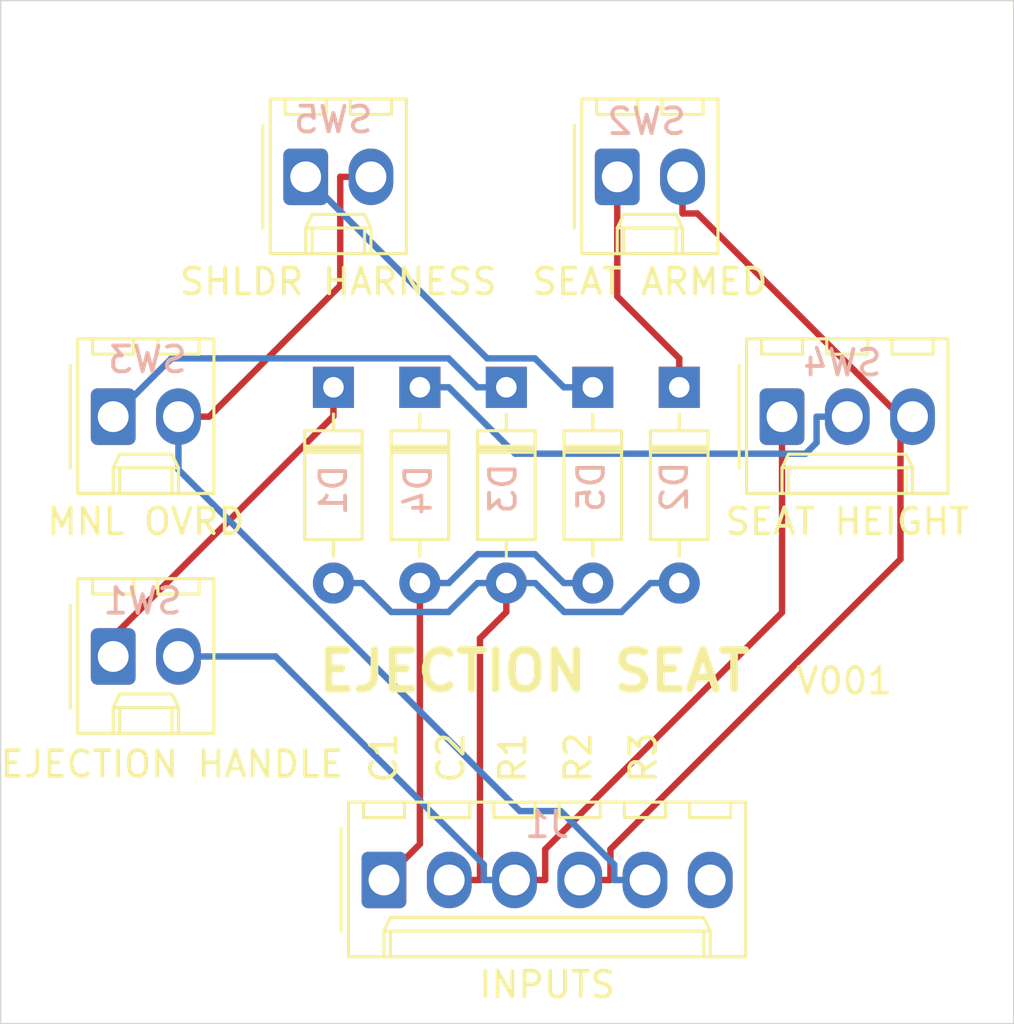
<source format=kicad_pcb>
(kicad_pcb (version 20171130) (host pcbnew "(5.1.5-0-10_14)")

  (general
    (thickness 1.6)
    (drawings 11)
    (tracks 67)
    (zones 0)
    (modules 15)
    (nets 11)
  )

  (page A4)
  (layers
    (0 F.Cu signal hide)
    (31 B.Cu signal hide)
    (32 B.Adhes user)
    (33 F.Adhes user)
    (34 B.Paste user)
    (35 F.Paste user)
    (36 B.SilkS user)
    (37 F.SilkS user)
    (38 B.Mask user)
    (39 F.Mask user)
    (40 Dwgs.User user)
    (41 Cmts.User user)
    (42 Eco1.User user)
    (43 Eco2.User user)
    (44 Edge.Cuts user)
    (45 Margin user)
    (46 B.CrtYd user)
    (47 F.CrtYd user)
    (48 B.Fab user)
    (49 F.Fab user)
  )

  (setup
    (last_trace_width 0.25)
    (trace_clearance 0.2)
    (zone_clearance 0.508)
    (zone_45_only no)
    (trace_min 0.2)
    (via_size 0.8)
    (via_drill 0.4)
    (via_min_size 0.4)
    (via_min_drill 0.3)
    (uvia_size 0.3)
    (uvia_drill 0.1)
    (uvias_allowed no)
    (uvia_min_size 0.2)
    (uvia_min_drill 0.1)
    (edge_width 0.05)
    (segment_width 0.2)
    (pcb_text_width 0.3)
    (pcb_text_size 1.5 1.5)
    (mod_edge_width 0.12)
    (mod_text_size 1 1)
    (mod_text_width 0.15)
    (pad_size 1.524 1.524)
    (pad_drill 0.762)
    (pad_to_mask_clearance 0.051)
    (solder_mask_min_width 0.25)
    (aux_axis_origin 0 0)
    (visible_elements FFFFFF7F)
    (pcbplotparams
      (layerselection 0x010fc_ffffffff)
      (usegerberextensions false)
      (usegerberattributes false)
      (usegerberadvancedattributes false)
      (creategerberjobfile false)
      (excludeedgelayer true)
      (linewidth 0.100000)
      (plotframeref false)
      (viasonmask false)
      (mode 1)
      (useauxorigin false)
      (hpglpennumber 1)
      (hpglpenspeed 20)
      (hpglpendiameter 15.000000)
      (psnegative false)
      (psa4output false)
      (plotreference true)
      (plotvalue true)
      (plotinvisibletext false)
      (padsonsilk false)
      (subtractmaskfromsilk false)
      (outputformat 1)
      (mirror false)
      (drillshape 0)
      (scaleselection 1)
      (outputdirectory "MANUFACTURING/"))
  )

  (net 0 "")
  (net 1 "Net-(D1-Pad2)")
  (net 2 "Net-(D1-Pad1)")
  (net 3 "Net-(D2-Pad1)")
  (net 4 "Net-(D3-Pad1)")
  (net 5 /Col1)
  (net 6 "Net-(D4-Pad1)")
  (net 7 "Net-(D5-Pad1)")
  (net 8 /Row3)
  (net 9 /Row2)
  (net 10 /Row1)

  (net_class Default "This is the default net class."
    (clearance 0.2)
    (trace_width 0.25)
    (via_dia 0.8)
    (via_drill 0.4)
    (uvia_dia 0.3)
    (uvia_drill 0.1)
    (add_net /Col1)
    (add_net /Row1)
    (add_net /Row2)
    (add_net /Row3)
    (add_net "Net-(D1-Pad1)")
    (add_net "Net-(D1-Pad2)")
    (add_net "Net-(D2-Pad1)")
    (add_net "Net-(D3-Pad1)")
    (add_net "Net-(D4-Pad1)")
    (add_net "Net-(D5-Pad1)")
  )

  (module PT_Library_v001:Molex_1x06_P2.54mm_Vertical (layer F.Cu) (tedit 5B78013E) (tstamp 6174CC7C)
    (at 65.659 116.84)
    (descr "Molex KK-254 Interconnect System, old/engineering part number: AE-6410-06A example for new part number: 22-27-2061, 6 Pins (http://www.molex.com/pdm_docs/sd/022272021_sd.pdf), generated with kicad-footprint-generator")
    (tags "connector Molex KK-254 side entry")
    (path /5FC37DA5)
    (fp_text reference J1 (at 6.35 -2.159) (layer B.SilkS)
      (effects (font (size 1 1) (thickness 0.15)) (justify mirror))
    )
    (fp_text value INPUTS (at 6.35 4.08) (layer F.SilkS)
      (effects (font (size 1 1) (thickness 0.15)))
    )
    (fp_text user %R (at 6.35 -2.22) (layer F.Fab)
      (effects (font (size 1 1) (thickness 0.15)))
    )
    (fp_line (start 14.47 -3.42) (end -1.77 -3.42) (layer F.CrtYd) (width 0.05))
    (fp_line (start 14.47 3.38) (end 14.47 -3.42) (layer F.CrtYd) (width 0.05))
    (fp_line (start -1.77 3.38) (end 14.47 3.38) (layer F.CrtYd) (width 0.05))
    (fp_line (start -1.77 -3.42) (end -1.77 3.38) (layer F.CrtYd) (width 0.05))
    (fp_line (start 13.5 -2.43) (end 13.5 -3.03) (layer F.SilkS) (width 0.12))
    (fp_line (start 11.9 -2.43) (end 13.5 -2.43) (layer F.SilkS) (width 0.12))
    (fp_line (start 11.9 -3.03) (end 11.9 -2.43) (layer F.SilkS) (width 0.12))
    (fp_line (start 10.96 -2.43) (end 10.96 -3.03) (layer F.SilkS) (width 0.12))
    (fp_line (start 9.36 -2.43) (end 10.96 -2.43) (layer F.SilkS) (width 0.12))
    (fp_line (start 9.36 -3.03) (end 9.36 -2.43) (layer F.SilkS) (width 0.12))
    (fp_line (start 8.42 -2.43) (end 8.42 -3.03) (layer F.SilkS) (width 0.12))
    (fp_line (start 6.82 -2.43) (end 8.42 -2.43) (layer F.SilkS) (width 0.12))
    (fp_line (start 6.82 -3.03) (end 6.82 -2.43) (layer F.SilkS) (width 0.12))
    (fp_line (start 5.88 -2.43) (end 5.88 -3.03) (layer F.SilkS) (width 0.12))
    (fp_line (start 4.28 -2.43) (end 5.88 -2.43) (layer F.SilkS) (width 0.12))
    (fp_line (start 4.28 -3.03) (end 4.28 -2.43) (layer F.SilkS) (width 0.12))
    (fp_line (start 3.34 -2.43) (end 3.34 -3.03) (layer F.SilkS) (width 0.12))
    (fp_line (start 1.74 -2.43) (end 3.34 -2.43) (layer F.SilkS) (width 0.12))
    (fp_line (start 1.74 -3.03) (end 1.74 -2.43) (layer F.SilkS) (width 0.12))
    (fp_line (start 0.8 -2.43) (end 0.8 -3.03) (layer F.SilkS) (width 0.12))
    (fp_line (start -0.8 -2.43) (end 0.8 -2.43) (layer F.SilkS) (width 0.12))
    (fp_line (start -0.8 -3.03) (end -0.8 -2.43) (layer F.SilkS) (width 0.12))
    (fp_line (start 12.45 2.99) (end 12.45 1.99) (layer F.SilkS) (width 0.12))
    (fp_line (start 0.25 2.99) (end 0.25 1.99) (layer F.SilkS) (width 0.12))
    (fp_line (start 12.45 1.46) (end 12.7 1.99) (layer F.SilkS) (width 0.12))
    (fp_line (start 0.25 1.46) (end 12.45 1.46) (layer F.SilkS) (width 0.12))
    (fp_line (start 0 1.99) (end 0.25 1.46) (layer F.SilkS) (width 0.12))
    (fp_line (start 12.7 1.99) (end 12.7 2.99) (layer F.SilkS) (width 0.12))
    (fp_line (start 0 1.99) (end 12.7 1.99) (layer F.SilkS) (width 0.12))
    (fp_line (start 0 2.99) (end 0 1.99) (layer F.SilkS) (width 0.12))
    (fp_line (start -0.562893 0) (end -1.27 0.5) (layer F.Fab) (width 0.1))
    (fp_line (start -1.27 -0.5) (end -0.562893 0) (layer F.Fab) (width 0.1))
    (fp_line (start -1.67 -2) (end -1.67 2) (layer F.SilkS) (width 0.12))
    (fp_line (start 14.08 -3.03) (end -1.38 -3.03) (layer F.SilkS) (width 0.12))
    (fp_line (start 14.08 2.99) (end 14.08 -3.03) (layer F.SilkS) (width 0.12))
    (fp_line (start -1.38 2.99) (end 14.08 2.99) (layer F.SilkS) (width 0.12))
    (fp_line (start -1.38 -3.03) (end -1.38 2.99) (layer F.SilkS) (width 0.12))
    (fp_line (start 13.97 -2.92) (end -1.27 -2.92) (layer F.Fab) (width 0.1))
    (fp_line (start 13.97 2.88) (end 13.97 -2.92) (layer F.Fab) (width 0.1))
    (fp_line (start -1.27 2.88) (end 13.97 2.88) (layer F.Fab) (width 0.1))
    (fp_line (start -1.27 -2.92) (end -1.27 2.88) (layer F.Fab) (width 0.1))
    (pad 6 thru_hole oval (at 12.7 0) (size 1.74 2.2) (drill 1.2) (layers *.Cu *.Mask))
    (pad 5 thru_hole oval (at 10.16 0) (size 1.74 2.2) (drill 1.2) (layers *.Cu *.Mask)
      (net 8 /Row3))
    (pad 4 thru_hole oval (at 7.62 0) (size 1.74 2.2) (drill 1.2) (layers *.Cu *.Mask)
      (net 9 /Row2))
    (pad 3 thru_hole oval (at 5.08 0) (size 1.74 2.2) (drill 1.2) (layers *.Cu *.Mask)
      (net 10 /Row1))
    (pad 2 thru_hole oval (at 2.54 0) (size 1.74 2.2) (drill 1.2) (layers *.Cu *.Mask)
      (net 1 "Net-(D1-Pad2)"))
    (pad 1 thru_hole roundrect (at 0 0) (size 1.74 2.2) (drill 1.2) (layers *.Cu *.Mask) (roundrect_rratio 0.143678)
      (net 5 /Col1))
    (model ${KISYS3DMOD}/Connector_Molex.3dshapes/Molex_KK-254_AE-6410-06A_1x06_P2.54mm_Vertical.wrl
      (at (xyz 0 0 0))
      (scale (xyz 1 1 1))
      (rotate (xyz 0 0 0))
    )
  )

  (module PT_Library_v001:Molex_1x02_P2.54mm_Vertical (layer F.Cu) (tedit 5B78013E) (tstamp 6174CD5C)
    (at 62.611 89.4715)
    (descr "Molex KK-254 Interconnect System, old/engineering part number: AE-6410-02A example for new part number: 22-27-2021, 2 Pins (http://www.molex.com/pdm_docs/sd/022272021_sd.pdf), generated with kicad-footprint-generator")
    (tags "connector Molex KK-254 side entry")
    (path /5FDFE364)
    (fp_text reference SW5 (at 1.0795 -2.2225) (layer B.SilkS)
      (effects (font (size 1 1) (thickness 0.15)) (justify mirror))
    )
    (fp_text value "SHLDR HARNESS" (at 1.27 4.08) (layer F.SilkS)
      (effects (font (size 1 1) (thickness 0.15)))
    )
    (fp_text user %R (at 1.27 -2.22) (layer F.Fab)
      (effects (font (size 1 1) (thickness 0.15)))
    )
    (fp_line (start 4.31 -3.42) (end -1.77 -3.42) (layer F.CrtYd) (width 0.05))
    (fp_line (start 4.31 3.38) (end 4.31 -3.42) (layer F.CrtYd) (width 0.05))
    (fp_line (start -1.77 3.38) (end 4.31 3.38) (layer F.CrtYd) (width 0.05))
    (fp_line (start -1.77 -3.42) (end -1.77 3.38) (layer F.CrtYd) (width 0.05))
    (fp_line (start 3.34 -2.43) (end 3.34 -3.03) (layer F.SilkS) (width 0.12))
    (fp_line (start 1.74 -2.43) (end 3.34 -2.43) (layer F.SilkS) (width 0.12))
    (fp_line (start 1.74 -3.03) (end 1.74 -2.43) (layer F.SilkS) (width 0.12))
    (fp_line (start 0.8 -2.43) (end 0.8 -3.03) (layer F.SilkS) (width 0.12))
    (fp_line (start -0.8 -2.43) (end 0.8 -2.43) (layer F.SilkS) (width 0.12))
    (fp_line (start -0.8 -3.03) (end -0.8 -2.43) (layer F.SilkS) (width 0.12))
    (fp_line (start 2.29 2.99) (end 2.29 1.99) (layer F.SilkS) (width 0.12))
    (fp_line (start 0.25 2.99) (end 0.25 1.99) (layer F.SilkS) (width 0.12))
    (fp_line (start 2.29 1.46) (end 2.54 1.99) (layer F.SilkS) (width 0.12))
    (fp_line (start 0.25 1.46) (end 2.29 1.46) (layer F.SilkS) (width 0.12))
    (fp_line (start 0 1.99) (end 0.25 1.46) (layer F.SilkS) (width 0.12))
    (fp_line (start 2.54 1.99) (end 2.54 2.99) (layer F.SilkS) (width 0.12))
    (fp_line (start 0 1.99) (end 2.54 1.99) (layer F.SilkS) (width 0.12))
    (fp_line (start 0 2.99) (end 0 1.99) (layer F.SilkS) (width 0.12))
    (fp_line (start -0.562893 0) (end -1.27 0.5) (layer F.Fab) (width 0.1))
    (fp_line (start -1.27 -0.5) (end -0.562893 0) (layer F.Fab) (width 0.1))
    (fp_line (start -1.67 -2) (end -1.67 2) (layer F.SilkS) (width 0.12))
    (fp_line (start 3.92 -3.03) (end -1.38 -3.03) (layer F.SilkS) (width 0.12))
    (fp_line (start 3.92 2.99) (end 3.92 -3.03) (layer F.SilkS) (width 0.12))
    (fp_line (start -1.38 2.99) (end 3.92 2.99) (layer F.SilkS) (width 0.12))
    (fp_line (start -1.38 -3.03) (end -1.38 2.99) (layer F.SilkS) (width 0.12))
    (fp_line (start 3.81 -2.92) (end -1.27 -2.92) (layer F.Fab) (width 0.1))
    (fp_line (start 3.81 2.88) (end 3.81 -2.92) (layer F.Fab) (width 0.1))
    (fp_line (start -1.27 2.88) (end 3.81 2.88) (layer F.Fab) (width 0.1))
    (fp_line (start -1.27 -2.92) (end -1.27 2.88) (layer F.Fab) (width 0.1))
    (pad 2 thru_hole oval (at 2.54 0) (size 1.74 2.2) (drill 1.2) (layers *.Cu *.Mask)
      (net 8 /Row3))
    (pad 1 thru_hole roundrect (at 0 0) (size 1.74 2.2) (drill 1.2) (layers *.Cu *.Mask) (roundrect_rratio 0.143678)
      (net 7 "Net-(D5-Pad1)"))
    (model ${KISYS3DMOD}/Connector_Molex.3dshapes/Molex_KK-254_AE-6410-02A_1x02_P2.54mm_Vertical.wrl
      (at (xyz 0 0 0))
      (scale (xyz 1 1 1))
      (rotate (xyz 0 0 0))
    )
  )

  (module PT_Library_v001:Molex_1x03_P2.54mm_Vertical (layer F.Cu) (tedit 5B78013E) (tstamp 6174CD38)
    (at 81.153 98.806)
    (descr "Molex KK-254 Interconnect System, old/engineering part number: AE-6410-03A example for new part number: 22-27-2031, 3 Pins (http://www.molex.com/pdm_docs/sd/022272021_sd.pdf), generated with kicad-footprint-generator")
    (tags "connector Molex KK-254 side entry")
    (path /5FDFE7F5)
    (fp_text reference SW4 (at 2.3495 -2.0955) (layer B.SilkS)
      (effects (font (size 1 1) (thickness 0.15)) (justify mirror))
    )
    (fp_text value "SEAT HEIGHT" (at 2.54 4.08) (layer F.SilkS)
      (effects (font (size 1 1) (thickness 0.15)))
    )
    (fp_text user %R (at 2.54 -2.22) (layer F.Fab)
      (effects (font (size 1 1) (thickness 0.15)))
    )
    (fp_line (start 6.85 -3.42) (end -1.77 -3.42) (layer F.CrtYd) (width 0.05))
    (fp_line (start 6.85 3.38) (end 6.85 -3.42) (layer F.CrtYd) (width 0.05))
    (fp_line (start -1.77 3.38) (end 6.85 3.38) (layer F.CrtYd) (width 0.05))
    (fp_line (start -1.77 -3.42) (end -1.77 3.38) (layer F.CrtYd) (width 0.05))
    (fp_line (start 5.88 -2.43) (end 5.88 -3.03) (layer F.SilkS) (width 0.12))
    (fp_line (start 4.28 -2.43) (end 5.88 -2.43) (layer F.SilkS) (width 0.12))
    (fp_line (start 4.28 -3.03) (end 4.28 -2.43) (layer F.SilkS) (width 0.12))
    (fp_line (start 3.34 -2.43) (end 3.34 -3.03) (layer F.SilkS) (width 0.12))
    (fp_line (start 1.74 -2.43) (end 3.34 -2.43) (layer F.SilkS) (width 0.12))
    (fp_line (start 1.74 -3.03) (end 1.74 -2.43) (layer F.SilkS) (width 0.12))
    (fp_line (start 0.8 -2.43) (end 0.8 -3.03) (layer F.SilkS) (width 0.12))
    (fp_line (start -0.8 -2.43) (end 0.8 -2.43) (layer F.SilkS) (width 0.12))
    (fp_line (start -0.8 -3.03) (end -0.8 -2.43) (layer F.SilkS) (width 0.12))
    (fp_line (start 4.83 2.99) (end 4.83 1.99) (layer F.SilkS) (width 0.12))
    (fp_line (start 0.25 2.99) (end 0.25 1.99) (layer F.SilkS) (width 0.12))
    (fp_line (start 4.83 1.46) (end 5.08 1.99) (layer F.SilkS) (width 0.12))
    (fp_line (start 0.25 1.46) (end 4.83 1.46) (layer F.SilkS) (width 0.12))
    (fp_line (start 0 1.99) (end 0.25 1.46) (layer F.SilkS) (width 0.12))
    (fp_line (start 5.08 1.99) (end 5.08 2.99) (layer F.SilkS) (width 0.12))
    (fp_line (start 0 1.99) (end 5.08 1.99) (layer F.SilkS) (width 0.12))
    (fp_line (start 0 2.99) (end 0 1.99) (layer F.SilkS) (width 0.12))
    (fp_line (start -0.562893 0) (end -1.27 0.5) (layer F.Fab) (width 0.1))
    (fp_line (start -1.27 -0.5) (end -0.562893 0) (layer F.Fab) (width 0.1))
    (fp_line (start -1.67 -2) (end -1.67 2) (layer F.SilkS) (width 0.12))
    (fp_line (start 6.46 -3.03) (end -1.38 -3.03) (layer F.SilkS) (width 0.12))
    (fp_line (start 6.46 2.99) (end 6.46 -3.03) (layer F.SilkS) (width 0.12))
    (fp_line (start -1.38 2.99) (end 6.46 2.99) (layer F.SilkS) (width 0.12))
    (fp_line (start -1.38 -3.03) (end -1.38 2.99) (layer F.SilkS) (width 0.12))
    (fp_line (start 6.35 -2.92) (end -1.27 -2.92) (layer F.Fab) (width 0.1))
    (fp_line (start 6.35 2.88) (end 6.35 -2.92) (layer F.Fab) (width 0.1))
    (fp_line (start -1.27 2.88) (end 6.35 2.88) (layer F.Fab) (width 0.1))
    (fp_line (start -1.27 -2.92) (end -1.27 2.88) (layer F.Fab) (width 0.1))
    (pad 3 thru_hole oval (at 5.08 0) (size 1.74 2.2) (drill 1.2) (layers *.Cu *.Mask)
      (net 9 /Row2))
    (pad 2 thru_hole oval (at 2.54 0) (size 1.74 2.2) (drill 1.2) (layers *.Cu *.Mask)
      (net 6 "Net-(D4-Pad1)"))
    (pad 1 thru_hole roundrect (at 0 0) (size 1.74 2.2) (drill 1.2) (layers *.Cu *.Mask) (roundrect_rratio 0.143678)
      (net 10 /Row1))
    (model ${KISYS3DMOD}/Connector_Molex.3dshapes/Molex_KK-254_AE-6410-03A_1x03_P2.54mm_Vertical.wrl
      (at (xyz 0 0 0))
      (scale (xyz 1 1 1))
      (rotate (xyz 0 0 0))
    )
  )

  (module PT_Library_v001:Molex_1x02_P2.54mm_Vertical (layer F.Cu) (tedit 5B78013E) (tstamp 6174CD10)
    (at 55.118 98.806)
    (descr "Molex KK-254 Interconnect System, old/engineering part number: AE-6410-02A example for new part number: 22-27-2021, 2 Pins (http://www.molex.com/pdm_docs/sd/022272021_sd.pdf), generated with kicad-footprint-generator")
    (tags "connector Molex KK-254 side entry")
    (path /5FDFDA32)
    (fp_text reference SW3 (at 1.3335 -2.2225) (layer B.SilkS)
      (effects (font (size 1 1) (thickness 0.15)) (justify mirror))
    )
    (fp_text value "MNL OVRD" (at 1.27 4.08) (layer F.SilkS)
      (effects (font (size 1 1) (thickness 0.15)))
    )
    (fp_text user %R (at 1.27 -2.22) (layer F.Fab)
      (effects (font (size 1 1) (thickness 0.15)))
    )
    (fp_line (start 4.31 -3.42) (end -1.77 -3.42) (layer F.CrtYd) (width 0.05))
    (fp_line (start 4.31 3.38) (end 4.31 -3.42) (layer F.CrtYd) (width 0.05))
    (fp_line (start -1.77 3.38) (end 4.31 3.38) (layer F.CrtYd) (width 0.05))
    (fp_line (start -1.77 -3.42) (end -1.77 3.38) (layer F.CrtYd) (width 0.05))
    (fp_line (start 3.34 -2.43) (end 3.34 -3.03) (layer F.SilkS) (width 0.12))
    (fp_line (start 1.74 -2.43) (end 3.34 -2.43) (layer F.SilkS) (width 0.12))
    (fp_line (start 1.74 -3.03) (end 1.74 -2.43) (layer F.SilkS) (width 0.12))
    (fp_line (start 0.8 -2.43) (end 0.8 -3.03) (layer F.SilkS) (width 0.12))
    (fp_line (start -0.8 -2.43) (end 0.8 -2.43) (layer F.SilkS) (width 0.12))
    (fp_line (start -0.8 -3.03) (end -0.8 -2.43) (layer F.SilkS) (width 0.12))
    (fp_line (start 2.29 2.99) (end 2.29 1.99) (layer F.SilkS) (width 0.12))
    (fp_line (start 0.25 2.99) (end 0.25 1.99) (layer F.SilkS) (width 0.12))
    (fp_line (start 2.29 1.46) (end 2.54 1.99) (layer F.SilkS) (width 0.12))
    (fp_line (start 0.25 1.46) (end 2.29 1.46) (layer F.SilkS) (width 0.12))
    (fp_line (start 0 1.99) (end 0.25 1.46) (layer F.SilkS) (width 0.12))
    (fp_line (start 2.54 1.99) (end 2.54 2.99) (layer F.SilkS) (width 0.12))
    (fp_line (start 0 1.99) (end 2.54 1.99) (layer F.SilkS) (width 0.12))
    (fp_line (start 0 2.99) (end 0 1.99) (layer F.SilkS) (width 0.12))
    (fp_line (start -0.562893 0) (end -1.27 0.5) (layer F.Fab) (width 0.1))
    (fp_line (start -1.27 -0.5) (end -0.562893 0) (layer F.Fab) (width 0.1))
    (fp_line (start -1.67 -2) (end -1.67 2) (layer F.SilkS) (width 0.12))
    (fp_line (start 3.92 -3.03) (end -1.38 -3.03) (layer F.SilkS) (width 0.12))
    (fp_line (start 3.92 2.99) (end 3.92 -3.03) (layer F.SilkS) (width 0.12))
    (fp_line (start -1.38 2.99) (end 3.92 2.99) (layer F.SilkS) (width 0.12))
    (fp_line (start -1.38 -3.03) (end -1.38 2.99) (layer F.SilkS) (width 0.12))
    (fp_line (start 3.81 -2.92) (end -1.27 -2.92) (layer F.Fab) (width 0.1))
    (fp_line (start 3.81 2.88) (end 3.81 -2.92) (layer F.Fab) (width 0.1))
    (fp_line (start -1.27 2.88) (end 3.81 2.88) (layer F.Fab) (width 0.1))
    (fp_line (start -1.27 -2.92) (end -1.27 2.88) (layer F.Fab) (width 0.1))
    (pad 2 thru_hole oval (at 2.54 0) (size 1.74 2.2) (drill 1.2) (layers *.Cu *.Mask)
      (net 8 /Row3))
    (pad 1 thru_hole roundrect (at 0 0) (size 1.74 2.2) (drill 1.2) (layers *.Cu *.Mask) (roundrect_rratio 0.143678)
      (net 4 "Net-(D3-Pad1)"))
    (model ${KISYS3DMOD}/Connector_Molex.3dshapes/Molex_KK-254_AE-6410-02A_1x02_P2.54mm_Vertical.wrl
      (at (xyz 0 0 0))
      (scale (xyz 1 1 1))
      (rotate (xyz 0 0 0))
    )
  )

  (module PT_Library_v001:Molex_1x02_P2.54mm_Vertical (layer F.Cu) (tedit 5B78013E) (tstamp 6174CCEC)
    (at 74.7395 89.4715)
    (descr "Molex KK-254 Interconnect System, old/engineering part number: AE-6410-02A example for new part number: 22-27-2021, 2 Pins (http://www.molex.com/pdm_docs/sd/022272021_sd.pdf), generated with kicad-footprint-generator")
    (tags "connector Molex KK-254 side entry")
    (path /5FDFD1B2)
    (fp_text reference SW2 (at 1.143 -2.159) (layer B.SilkS)
      (effects (font (size 1 1) (thickness 0.15)) (justify mirror))
    )
    (fp_text value "SEAT ARMED" (at 1.27 4.08) (layer F.SilkS)
      (effects (font (size 1 1) (thickness 0.15)))
    )
    (fp_text user %R (at 1.27 -2.22) (layer F.Fab)
      (effects (font (size 1 1) (thickness 0.15)))
    )
    (fp_line (start 4.31 -3.42) (end -1.77 -3.42) (layer F.CrtYd) (width 0.05))
    (fp_line (start 4.31 3.38) (end 4.31 -3.42) (layer F.CrtYd) (width 0.05))
    (fp_line (start -1.77 3.38) (end 4.31 3.38) (layer F.CrtYd) (width 0.05))
    (fp_line (start -1.77 -3.42) (end -1.77 3.38) (layer F.CrtYd) (width 0.05))
    (fp_line (start 3.34 -2.43) (end 3.34 -3.03) (layer F.SilkS) (width 0.12))
    (fp_line (start 1.74 -2.43) (end 3.34 -2.43) (layer F.SilkS) (width 0.12))
    (fp_line (start 1.74 -3.03) (end 1.74 -2.43) (layer F.SilkS) (width 0.12))
    (fp_line (start 0.8 -2.43) (end 0.8 -3.03) (layer F.SilkS) (width 0.12))
    (fp_line (start -0.8 -2.43) (end 0.8 -2.43) (layer F.SilkS) (width 0.12))
    (fp_line (start -0.8 -3.03) (end -0.8 -2.43) (layer F.SilkS) (width 0.12))
    (fp_line (start 2.29 2.99) (end 2.29 1.99) (layer F.SilkS) (width 0.12))
    (fp_line (start 0.25 2.99) (end 0.25 1.99) (layer F.SilkS) (width 0.12))
    (fp_line (start 2.29 1.46) (end 2.54 1.99) (layer F.SilkS) (width 0.12))
    (fp_line (start 0.25 1.46) (end 2.29 1.46) (layer F.SilkS) (width 0.12))
    (fp_line (start 0 1.99) (end 0.25 1.46) (layer F.SilkS) (width 0.12))
    (fp_line (start 2.54 1.99) (end 2.54 2.99) (layer F.SilkS) (width 0.12))
    (fp_line (start 0 1.99) (end 2.54 1.99) (layer F.SilkS) (width 0.12))
    (fp_line (start 0 2.99) (end 0 1.99) (layer F.SilkS) (width 0.12))
    (fp_line (start -0.562893 0) (end -1.27 0.5) (layer F.Fab) (width 0.1))
    (fp_line (start -1.27 -0.5) (end -0.562893 0) (layer F.Fab) (width 0.1))
    (fp_line (start -1.67 -2) (end -1.67 2) (layer F.SilkS) (width 0.12))
    (fp_line (start 3.92 -3.03) (end -1.38 -3.03) (layer F.SilkS) (width 0.12))
    (fp_line (start 3.92 2.99) (end 3.92 -3.03) (layer F.SilkS) (width 0.12))
    (fp_line (start -1.38 2.99) (end 3.92 2.99) (layer F.SilkS) (width 0.12))
    (fp_line (start -1.38 -3.03) (end -1.38 2.99) (layer F.SilkS) (width 0.12))
    (fp_line (start 3.81 -2.92) (end -1.27 -2.92) (layer F.Fab) (width 0.1))
    (fp_line (start 3.81 2.88) (end 3.81 -2.92) (layer F.Fab) (width 0.1))
    (fp_line (start -1.27 2.88) (end 3.81 2.88) (layer F.Fab) (width 0.1))
    (fp_line (start -1.27 -2.92) (end -1.27 2.88) (layer F.Fab) (width 0.1))
    (pad 2 thru_hole oval (at 2.54 0) (size 1.74 2.2) (drill 1.2) (layers *.Cu *.Mask)
      (net 9 /Row2))
    (pad 1 thru_hole roundrect (at 0 0) (size 1.74 2.2) (drill 1.2) (layers *.Cu *.Mask) (roundrect_rratio 0.143678)
      (net 3 "Net-(D2-Pad1)"))
    (model ${KISYS3DMOD}/Connector_Molex.3dshapes/Molex_KK-254_AE-6410-02A_1x02_P2.54mm_Vertical.wrl
      (at (xyz 0 0 0))
      (scale (xyz 1 1 1))
      (rotate (xyz 0 0 0))
    )
  )

  (module PT_Library_v001:Molex_1x02_P2.54mm_Vertical (layer F.Cu) (tedit 5B78013E) (tstamp 6174CCC8)
    (at 55.118 108.14)
    (descr "Molex KK-254 Interconnect System, old/engineering part number: AE-6410-02A example for new part number: 22-27-2021, 2 Pins (http://www.molex.com/pdm_docs/sd/022272021_sd.pdf), generated with kicad-footprint-generator")
    (tags "connector Molex KK-254 side entry")
    (path /5FDFC6A7)
    (fp_text reference SW1 (at 1.143 -2.159) (layer B.SilkS)
      (effects (font (size 1 1) (thickness 0.15)) (justify mirror))
    )
    (fp_text value "EJECTION HANDLE" (at 2.286 4.1915) (layer F.SilkS)
      (effects (font (size 1 1) (thickness 0.15)))
    )
    (fp_text user %R (at 1.27 -2.22) (layer F.Fab)
      (effects (font (size 1 1) (thickness 0.15)))
    )
    (fp_line (start 4.31 -3.42) (end -1.77 -3.42) (layer F.CrtYd) (width 0.05))
    (fp_line (start 4.31 3.38) (end 4.31 -3.42) (layer F.CrtYd) (width 0.05))
    (fp_line (start -1.77 3.38) (end 4.31 3.38) (layer F.CrtYd) (width 0.05))
    (fp_line (start -1.77 -3.42) (end -1.77 3.38) (layer F.CrtYd) (width 0.05))
    (fp_line (start 3.34 -2.43) (end 3.34 -3.03) (layer F.SilkS) (width 0.12))
    (fp_line (start 1.74 -2.43) (end 3.34 -2.43) (layer F.SilkS) (width 0.12))
    (fp_line (start 1.74 -3.03) (end 1.74 -2.43) (layer F.SilkS) (width 0.12))
    (fp_line (start 0.8 -2.43) (end 0.8 -3.03) (layer F.SilkS) (width 0.12))
    (fp_line (start -0.8 -2.43) (end 0.8 -2.43) (layer F.SilkS) (width 0.12))
    (fp_line (start -0.8 -3.03) (end -0.8 -2.43) (layer F.SilkS) (width 0.12))
    (fp_line (start 2.29 2.99) (end 2.29 1.99) (layer F.SilkS) (width 0.12))
    (fp_line (start 0.25 2.99) (end 0.25 1.99) (layer F.SilkS) (width 0.12))
    (fp_line (start 2.29 1.46) (end 2.54 1.99) (layer F.SilkS) (width 0.12))
    (fp_line (start 0.25 1.46) (end 2.29 1.46) (layer F.SilkS) (width 0.12))
    (fp_line (start 0 1.99) (end 0.25 1.46) (layer F.SilkS) (width 0.12))
    (fp_line (start 2.54 1.99) (end 2.54 2.99) (layer F.SilkS) (width 0.12))
    (fp_line (start 0 1.99) (end 2.54 1.99) (layer F.SilkS) (width 0.12))
    (fp_line (start 0 2.99) (end 0 1.99) (layer F.SilkS) (width 0.12))
    (fp_line (start -0.562893 0) (end -1.27 0.5) (layer F.Fab) (width 0.1))
    (fp_line (start -1.27 -0.5) (end -0.562893 0) (layer F.Fab) (width 0.1))
    (fp_line (start -1.67 -2) (end -1.67 2) (layer F.SilkS) (width 0.12))
    (fp_line (start 3.92 -3.03) (end -1.38 -3.03) (layer F.SilkS) (width 0.12))
    (fp_line (start 3.92 2.99) (end 3.92 -3.03) (layer F.SilkS) (width 0.12))
    (fp_line (start -1.38 2.99) (end 3.92 2.99) (layer F.SilkS) (width 0.12))
    (fp_line (start -1.38 -3.03) (end -1.38 2.99) (layer F.SilkS) (width 0.12))
    (fp_line (start 3.81 -2.92) (end -1.27 -2.92) (layer F.Fab) (width 0.1))
    (fp_line (start 3.81 2.88) (end 3.81 -2.92) (layer F.Fab) (width 0.1))
    (fp_line (start -1.27 2.88) (end 3.81 2.88) (layer F.Fab) (width 0.1))
    (fp_line (start -1.27 -2.92) (end -1.27 2.88) (layer F.Fab) (width 0.1))
    (pad 2 thru_hole oval (at 2.54 0) (size 1.74 2.2) (drill 1.2) (layers *.Cu *.Mask)
      (net 10 /Row1))
    (pad 1 thru_hole roundrect (at 0 0) (size 1.74 2.2) (drill 1.2) (layers *.Cu *.Mask) (roundrect_rratio 0.143678)
      (net 2 "Net-(D1-Pad1)"))
    (model ${KISYS3DMOD}/Connector_Molex.3dshapes/Molex_KK-254_AE-6410-02A_1x02_P2.54mm_Vertical.wrl
      (at (xyz 0 0 0))
      (scale (xyz 1 1 1))
      (rotate (xyz 0 0 0))
    )
  )

  (module MountingHole:MountingHole_4.3mm_M4 (layer F.Cu) (tedit 56D1B4CB) (tstamp 6174CC58)
    (at 55.3595 117.508)
    (descr "Mounting Hole 4.3mm, no annular, M4")
    (tags "mounting hole 4.3mm no annular m4")
    (path /6174DF6C)
    (attr virtual)
    (fp_text reference H4 (at 0.076 -3.145) (layer F.Fab)
      (effects (font (size 1 1) (thickness 0.15)))
    )
    (fp_text value MountingHole (at 0.203 -0.3505) (layer F.Fab)
      (effects (font (size 1 1) (thickness 0.15)))
    )
    (fp_circle (center 0 0) (end 4.55 0) (layer F.CrtYd) (width 0.05))
    (fp_circle (center 0 0) (end 4.3 0) (layer Cmts.User) (width 0.15))
    (fp_text user %R (at 0.3 0) (layer F.Fab)
      (effects (font (size 1 1) (thickness 0.15)))
    )
    (pad 1 np_thru_hole circle (at 0 0) (size 4.3 4.3) (drill 4.3) (layers *.Cu *.Mask))
  )

  (module MountingHole:MountingHole_4.3mm_M4 (layer F.Cu) (tedit 56D1B4CB) (tstamp 6174CC50)
    (at 85.3595 117.508)
    (descr "Mounting Hole 4.3mm, no annular, M4")
    (tags "mounting hole 4.3mm no annular m4")
    (path /6174DF62)
    (attr virtual)
    (fp_text reference H3 (at -0.079 -3.272) (layer F.Fab)
      (effects (font (size 1 1) (thickness 0.15)))
    )
    (fp_text value MountingHole (at 0.1115 0.0305) (layer F.Fab)
      (effects (font (size 1 1) (thickness 0.15)))
    )
    (fp_circle (center 0 0) (end 4.55 0) (layer F.CrtYd) (width 0.05))
    (fp_circle (center 0 0) (end 4.3 0) (layer Cmts.User) (width 0.15))
    (fp_text user %R (at 0.3 0) (layer F.Fab)
      (effects (font (size 1 1) (thickness 0.15)))
    )
    (pad 1 np_thru_hole circle (at 0 0) (size 4.3 4.3) (drill 4.3) (layers *.Cu *.Mask))
  )

  (module MountingHole:MountingHole_4.3mm_M4 (layer F.Cu) (tedit 56D1B4CB) (tstamp 6174CC48)
    (at 55.3595 87.5085)
    (descr "Mounting Hole 4.3mm, no annular, M4")
    (tags "mounting hole 4.3mm no annular m4")
    (path /6174D7A8)
    (attr virtual)
    (fp_text reference H2 (at 0 -3.244) (layer F.Fab)
      (effects (font (size 1 1) (thickness 0.15)))
    )
    (fp_text value MountingHole (at -0.1145 -0.196) (layer F.Fab)
      (effects (font (size 1 1) (thickness 0.15)))
    )
    (fp_circle (center 0 0) (end 4.55 0) (layer F.CrtYd) (width 0.05))
    (fp_circle (center 0 0) (end 4.3 0) (layer Cmts.User) (width 0.15))
    (fp_text user %R (at 0.3 0) (layer F.Fab)
      (effects (font (size 1 1) (thickness 0.15)))
    )
    (pad 1 np_thru_hole circle (at 0 0) (size 4.3 4.3) (drill 4.3) (layers *.Cu *.Mask))
  )

  (module MountingHole:MountingHole_4.3mm_M4 (layer F.Cu) (tedit 56D1B4CB) (tstamp 6174CC40)
    (at 85.3595 87.5085)
    (descr "Mounting Hole 4.3mm, no annular, M4")
    (tags "mounting hole 4.3mm no annular m4")
    (path /6174D020)
    (attr virtual)
    (fp_text reference H1 (at 0.048 -2.7995) (layer F.Fab)
      (effects (font (size 1 1) (thickness 0.15)))
    )
    (fp_text value MountingHole (at 0.302 -0.069) (layer F.Fab)
      (effects (font (size 1 1) (thickness 0.15)))
    )
    (fp_circle (center 0 0) (end 4.55 0) (layer F.CrtYd) (width 0.05))
    (fp_circle (center 0 0) (end 4.3 0) (layer Cmts.User) (width 0.15))
    (fp_text user %R (at 0.3 0) (layer F.Fab)
      (effects (font (size 1 1) (thickness 0.15)))
    )
    (pad 1 np_thru_hole circle (at 0 0) (size 4.3 4.3) (drill 4.3) (layers *.Cu *.Mask))
  )

  (module PT_Library_v001:D_Signal_P7.62mm_Horizontal (layer F.Cu) (tedit 5AE50CD5) (tstamp 6174CC38)
    (at 73.787 97.663 270)
    (descr "Diode, DO-35_SOD27 series, Axial, Horizontal, pin pitch=7.62mm, , length*diameter=4*2mm^2, , http://www.diodes.com/_files/packages/DO-35.pdf")
    (tags "Diode DO-35_SOD27 series Axial Horizontal pin pitch 7.62mm  length 4mm diameter 2mm")
    (path /5FE0248B)
    (fp_text reference D5 (at 3.8735 0.0635 90) (layer B.SilkS)
      (effects (font (size 1 1) (thickness 0.15)) (justify mirror))
    )
    (fp_text value D (at 3.81 2.12 90) (layer F.Fab)
      (effects (font (size 1 1) (thickness 0.15)))
    )
    (fp_text user K (at 0 -1.8 90) (layer F.Fab)
      (effects (font (size 1 1) (thickness 0.15)))
    )
    (fp_text user %R (at 4.11 0 90) (layer F.Fab)
      (effects (font (size 0.8 0.8) (thickness 0.12)))
    )
    (fp_line (start 8.67 -1.25) (end -1.05 -1.25) (layer F.CrtYd) (width 0.05))
    (fp_line (start 8.67 1.25) (end 8.67 -1.25) (layer F.CrtYd) (width 0.05))
    (fp_line (start -1.05 1.25) (end 8.67 1.25) (layer F.CrtYd) (width 0.05))
    (fp_line (start -1.05 -1.25) (end -1.05 1.25) (layer F.CrtYd) (width 0.05))
    (fp_line (start 2.29 -1.12) (end 2.29 1.12) (layer F.SilkS) (width 0.12))
    (fp_line (start 2.53 -1.12) (end 2.53 1.12) (layer F.SilkS) (width 0.12))
    (fp_line (start 2.41 -1.12) (end 2.41 1.12) (layer F.SilkS) (width 0.12))
    (fp_line (start 6.58 0) (end 5.93 0) (layer F.SilkS) (width 0.12))
    (fp_line (start 1.04 0) (end 1.69 0) (layer F.SilkS) (width 0.12))
    (fp_line (start 5.93 -1.12) (end 1.69 -1.12) (layer F.SilkS) (width 0.12))
    (fp_line (start 5.93 1.12) (end 5.93 -1.12) (layer F.SilkS) (width 0.12))
    (fp_line (start 1.69 1.12) (end 5.93 1.12) (layer F.SilkS) (width 0.12))
    (fp_line (start 1.69 -1.12) (end 1.69 1.12) (layer F.SilkS) (width 0.12))
    (fp_line (start 2.31 -1) (end 2.31 1) (layer F.Fab) (width 0.1))
    (fp_line (start 2.51 -1) (end 2.51 1) (layer F.Fab) (width 0.1))
    (fp_line (start 2.41 -1) (end 2.41 1) (layer F.Fab) (width 0.1))
    (fp_line (start 7.62 0) (end 5.81 0) (layer F.Fab) (width 0.1))
    (fp_line (start 0 0) (end 1.81 0) (layer F.Fab) (width 0.1))
    (fp_line (start 5.81 -1) (end 1.81 -1) (layer F.Fab) (width 0.1))
    (fp_line (start 5.81 1) (end 5.81 -1) (layer F.Fab) (width 0.1))
    (fp_line (start 1.81 1) (end 5.81 1) (layer F.Fab) (width 0.1))
    (fp_line (start 1.81 -1) (end 1.81 1) (layer F.Fab) (width 0.1))
    (pad 2 thru_hole oval (at 7.62 0 270) (size 1.6 1.6) (drill 0.8) (layers *.Cu *.Mask)
      (net 5 /Col1))
    (pad 1 thru_hole rect (at 0 0 270) (size 1.6 1.6) (drill 0.8) (layers *.Cu *.Mask)
      (net 7 "Net-(D5-Pad1)"))
    (model ${KISYS3DMOD}/Diode_THT.3dshapes/D_DO-35_SOD27_P7.62mm_Horizontal.wrl
      (at (xyz 0 0 0))
      (scale (xyz 1 1 1))
      (rotate (xyz 0 0 0))
    )
  )

  (module PT_Library_v001:D_Signal_P7.62mm_Horizontal (layer F.Cu) (tedit 5AE50CD5) (tstamp 6174CC19)
    (at 67.056 97.663 270)
    (descr "Diode, DO-35_SOD27 series, Axial, Horizontal, pin pitch=7.62mm, , length*diameter=4*2mm^2, , http://www.diodes.com/_files/packages/DO-35.pdf")
    (tags "Diode DO-35_SOD27 series Axial Horizontal pin pitch 7.62mm  length 4mm diameter 2mm")
    (path /5FE003FE)
    (fp_text reference D4 (at 4.0005 0.0635 90) (layer B.SilkS)
      (effects (font (size 1 1) (thickness 0.15)) (justify mirror))
    )
    (fp_text value D (at 2.0955 0.127 90) (layer F.Fab)
      (effects (font (size 1 1) (thickness 0.15)))
    )
    (fp_text user K (at 0 -1.8 90) (layer F.Fab)
      (effects (font (size 1 1) (thickness 0.15)))
    )
    (fp_text user %R (at 4.11 0 90) (layer F.Fab)
      (effects (font (size 0.8 0.8) (thickness 0.12)))
    )
    (fp_line (start 8.67 -1.25) (end -1.05 -1.25) (layer F.CrtYd) (width 0.05))
    (fp_line (start 8.67 1.25) (end 8.67 -1.25) (layer F.CrtYd) (width 0.05))
    (fp_line (start -1.05 1.25) (end 8.67 1.25) (layer F.CrtYd) (width 0.05))
    (fp_line (start -1.05 -1.25) (end -1.05 1.25) (layer F.CrtYd) (width 0.05))
    (fp_line (start 2.29 -1.12) (end 2.29 1.12) (layer F.SilkS) (width 0.12))
    (fp_line (start 2.53 -1.12) (end 2.53 1.12) (layer F.SilkS) (width 0.12))
    (fp_line (start 2.41 -1.12) (end 2.41 1.12) (layer F.SilkS) (width 0.12))
    (fp_line (start 6.58 0) (end 5.93 0) (layer F.SilkS) (width 0.12))
    (fp_line (start 1.04 0) (end 1.69 0) (layer F.SilkS) (width 0.12))
    (fp_line (start 5.93 -1.12) (end 1.69 -1.12) (layer F.SilkS) (width 0.12))
    (fp_line (start 5.93 1.12) (end 5.93 -1.12) (layer F.SilkS) (width 0.12))
    (fp_line (start 1.69 1.12) (end 5.93 1.12) (layer F.SilkS) (width 0.12))
    (fp_line (start 1.69 -1.12) (end 1.69 1.12) (layer F.SilkS) (width 0.12))
    (fp_line (start 2.31 -1) (end 2.31 1) (layer F.Fab) (width 0.1))
    (fp_line (start 2.51 -1) (end 2.51 1) (layer F.Fab) (width 0.1))
    (fp_line (start 2.41 -1) (end 2.41 1) (layer F.Fab) (width 0.1))
    (fp_line (start 7.62 0) (end 5.81 0) (layer F.Fab) (width 0.1))
    (fp_line (start 0 0) (end 1.81 0) (layer F.Fab) (width 0.1))
    (fp_line (start 5.81 -1) (end 1.81 -1) (layer F.Fab) (width 0.1))
    (fp_line (start 5.81 1) (end 5.81 -1) (layer F.Fab) (width 0.1))
    (fp_line (start 1.81 1) (end 5.81 1) (layer F.Fab) (width 0.1))
    (fp_line (start 1.81 -1) (end 1.81 1) (layer F.Fab) (width 0.1))
    (pad 2 thru_hole oval (at 7.62 0 270) (size 1.6 1.6) (drill 0.8) (layers *.Cu *.Mask)
      (net 5 /Col1))
    (pad 1 thru_hole rect (at 0 0 270) (size 1.6 1.6) (drill 0.8) (layers *.Cu *.Mask)
      (net 6 "Net-(D4-Pad1)"))
    (model ${KISYS3DMOD}/Diode_THT.3dshapes/D_DO-35_SOD27_P7.62mm_Horizontal.wrl
      (at (xyz 0 0 0))
      (scale (xyz 1 1 1))
      (rotate (xyz 0 0 0))
    )
  )

  (module PT_Library_v001:D_Signal_P7.62mm_Horizontal (layer F.Cu) (tedit 5AE50CD5) (tstamp 6174CBFA)
    (at 70.4215 97.663 270)
    (descr "Diode, DO-35_SOD27 series, Axial, Horizontal, pin pitch=7.62mm, , length*diameter=4*2mm^2, , http://www.diodes.com/_files/packages/DO-35.pdf")
    (tags "Diode DO-35_SOD27 series Axial Horizontal pin pitch 7.62mm  length 4mm diameter 2mm")
    (path /5FE01BA5)
    (fp_text reference D3 (at 3.937 0.127 90) (layer B.SilkS)
      (effects (font (size 1 1) (thickness 0.15)) (justify mirror))
    )
    (fp_text value D (at 3.81 2.12 90) (layer F.Fab)
      (effects (font (size 1 1) (thickness 0.15)))
    )
    (fp_text user K (at 0 -1.8 90) (layer F.Fab)
      (effects (font (size 1 1) (thickness 0.15)))
    )
    (fp_text user %R (at 4.11 0 90) (layer F.Fab)
      (effects (font (size 0.8 0.8) (thickness 0.12)))
    )
    (fp_line (start 8.67 -1.25) (end -1.05 -1.25) (layer F.CrtYd) (width 0.05))
    (fp_line (start 8.67 1.25) (end 8.67 -1.25) (layer F.CrtYd) (width 0.05))
    (fp_line (start -1.05 1.25) (end 8.67 1.25) (layer F.CrtYd) (width 0.05))
    (fp_line (start -1.05 -1.25) (end -1.05 1.25) (layer F.CrtYd) (width 0.05))
    (fp_line (start 2.29 -1.12) (end 2.29 1.12) (layer F.SilkS) (width 0.12))
    (fp_line (start 2.53 -1.12) (end 2.53 1.12) (layer F.SilkS) (width 0.12))
    (fp_line (start 2.41 -1.12) (end 2.41 1.12) (layer F.SilkS) (width 0.12))
    (fp_line (start 6.58 0) (end 5.93 0) (layer F.SilkS) (width 0.12))
    (fp_line (start 1.04 0) (end 1.69 0) (layer F.SilkS) (width 0.12))
    (fp_line (start 5.93 -1.12) (end 1.69 -1.12) (layer F.SilkS) (width 0.12))
    (fp_line (start 5.93 1.12) (end 5.93 -1.12) (layer F.SilkS) (width 0.12))
    (fp_line (start 1.69 1.12) (end 5.93 1.12) (layer F.SilkS) (width 0.12))
    (fp_line (start 1.69 -1.12) (end 1.69 1.12) (layer F.SilkS) (width 0.12))
    (fp_line (start 2.31 -1) (end 2.31 1) (layer F.Fab) (width 0.1))
    (fp_line (start 2.51 -1) (end 2.51 1) (layer F.Fab) (width 0.1))
    (fp_line (start 2.41 -1) (end 2.41 1) (layer F.Fab) (width 0.1))
    (fp_line (start 7.62 0) (end 5.81 0) (layer F.Fab) (width 0.1))
    (fp_line (start 0 0) (end 1.81 0) (layer F.Fab) (width 0.1))
    (fp_line (start 5.81 -1) (end 1.81 -1) (layer F.Fab) (width 0.1))
    (fp_line (start 5.81 1) (end 5.81 -1) (layer F.Fab) (width 0.1))
    (fp_line (start 1.81 1) (end 5.81 1) (layer F.Fab) (width 0.1))
    (fp_line (start 1.81 -1) (end 1.81 1) (layer F.Fab) (width 0.1))
    (pad 2 thru_hole oval (at 7.62 0 270) (size 1.6 1.6) (drill 0.8) (layers *.Cu *.Mask)
      (net 1 "Net-(D1-Pad2)"))
    (pad 1 thru_hole rect (at 0 0 270) (size 1.6 1.6) (drill 0.8) (layers *.Cu *.Mask)
      (net 4 "Net-(D3-Pad1)"))
    (model ${KISYS3DMOD}/Diode_THT.3dshapes/D_DO-35_SOD27_P7.62mm_Horizontal.wrl
      (at (xyz 0 0 0))
      (scale (xyz 1 1 1))
      (rotate (xyz 0 0 0))
    )
  )

  (module PT_Library_v001:D_Signal_P7.62mm_Horizontal (layer F.Cu) (tedit 5AE50CD5) (tstamp 6174CBDB)
    (at 77.1525 97.663 270)
    (descr "Diode, DO-35_SOD27 series, Axial, Horizontal, pin pitch=7.62mm, , length*diameter=4*2mm^2, , http://www.diodes.com/_files/packages/DO-35.pdf")
    (tags "Diode DO-35_SOD27 series Axial Horizontal pin pitch 7.62mm  length 4mm diameter 2mm")
    (path /5FE01707)
    (fp_text reference D2 (at 3.8735 0.1905 90) (layer B.SilkS)
      (effects (font (size 1 1) (thickness 0.15)) (justify mirror))
    )
    (fp_text value D (at 3.81 2.12 90) (layer F.Fab)
      (effects (font (size 1 1) (thickness 0.15)))
    )
    (fp_text user K (at 0 -1.8 90) (layer F.Fab)
      (effects (font (size 1 1) (thickness 0.15)))
    )
    (fp_text user %R (at 4.11 0 90) (layer F.Fab)
      (effects (font (size 0.8 0.8) (thickness 0.12)))
    )
    (fp_line (start 8.67 -1.25) (end -1.05 -1.25) (layer F.CrtYd) (width 0.05))
    (fp_line (start 8.67 1.25) (end 8.67 -1.25) (layer F.CrtYd) (width 0.05))
    (fp_line (start -1.05 1.25) (end 8.67 1.25) (layer F.CrtYd) (width 0.05))
    (fp_line (start -1.05 -1.25) (end -1.05 1.25) (layer F.CrtYd) (width 0.05))
    (fp_line (start 2.29 -1.12) (end 2.29 1.12) (layer F.SilkS) (width 0.12))
    (fp_line (start 2.53 -1.12) (end 2.53 1.12) (layer F.SilkS) (width 0.12))
    (fp_line (start 2.41 -1.12) (end 2.41 1.12) (layer F.SilkS) (width 0.12))
    (fp_line (start 6.58 0) (end 5.93 0) (layer F.SilkS) (width 0.12))
    (fp_line (start 1.04 0) (end 1.69 0) (layer F.SilkS) (width 0.12))
    (fp_line (start 5.93 -1.12) (end 1.69 -1.12) (layer F.SilkS) (width 0.12))
    (fp_line (start 5.93 1.12) (end 5.93 -1.12) (layer F.SilkS) (width 0.12))
    (fp_line (start 1.69 1.12) (end 5.93 1.12) (layer F.SilkS) (width 0.12))
    (fp_line (start 1.69 -1.12) (end 1.69 1.12) (layer F.SilkS) (width 0.12))
    (fp_line (start 2.31 -1) (end 2.31 1) (layer F.Fab) (width 0.1))
    (fp_line (start 2.51 -1) (end 2.51 1) (layer F.Fab) (width 0.1))
    (fp_line (start 2.41 -1) (end 2.41 1) (layer F.Fab) (width 0.1))
    (fp_line (start 7.62 0) (end 5.81 0) (layer F.Fab) (width 0.1))
    (fp_line (start 0 0) (end 1.81 0) (layer F.Fab) (width 0.1))
    (fp_line (start 5.81 -1) (end 1.81 -1) (layer F.Fab) (width 0.1))
    (fp_line (start 5.81 1) (end 5.81 -1) (layer F.Fab) (width 0.1))
    (fp_line (start 1.81 1) (end 5.81 1) (layer F.Fab) (width 0.1))
    (fp_line (start 1.81 -1) (end 1.81 1) (layer F.Fab) (width 0.1))
    (pad 2 thru_hole oval (at 7.62 0 270) (size 1.6 1.6) (drill 0.8) (layers *.Cu *.Mask)
      (net 1 "Net-(D1-Pad2)"))
    (pad 1 thru_hole rect (at 0 0 270) (size 1.6 1.6) (drill 0.8) (layers *.Cu *.Mask)
      (net 3 "Net-(D2-Pad1)"))
    (model ${KISYS3DMOD}/Diode_THT.3dshapes/D_DO-35_SOD27_P7.62mm_Horizontal.wrl
      (at (xyz 0 0 0))
      (scale (xyz 1 1 1))
      (rotate (xyz 0 0 0))
    )
  )

  (module PT_Library_v001:D_Signal_P7.62mm_Horizontal (layer F.Cu) (tedit 5AE50CD5) (tstamp 6174CBBC)
    (at 63.6905 97.663 270)
    (descr "Diode, DO-35_SOD27 series, Axial, Horizontal, pin pitch=7.62mm, , length*diameter=4*2mm^2, , http://www.diodes.com/_files/packages/DO-35.pdf")
    (tags "Diode DO-35_SOD27 series Axial Horizontal pin pitch 7.62mm  length 4mm diameter 2mm")
    (path /5FE00CA2)
    (fp_text reference D1 (at 4.0005 0 90) (layer B.SilkS)
      (effects (font (size 1 1) (thickness 0.15)) (justify mirror))
    )
    (fp_text value D (at 2.286 0 90) (layer F.Fab)
      (effects (font (size 1 1) (thickness 0.15)))
    )
    (fp_text user K (at 0 -1.8 90) (layer F.Fab)
      (effects (font (size 1 1) (thickness 0.15)))
    )
    (fp_text user %R (at 4.11 0 90) (layer F.Fab)
      (effects (font (size 0.8 0.8) (thickness 0.12)))
    )
    (fp_line (start 8.67 -1.25) (end -1.05 -1.25) (layer F.CrtYd) (width 0.05))
    (fp_line (start 8.67 1.25) (end 8.67 -1.25) (layer F.CrtYd) (width 0.05))
    (fp_line (start -1.05 1.25) (end 8.67 1.25) (layer F.CrtYd) (width 0.05))
    (fp_line (start -1.05 -1.25) (end -1.05 1.25) (layer F.CrtYd) (width 0.05))
    (fp_line (start 2.29 -1.12) (end 2.29 1.12) (layer F.SilkS) (width 0.12))
    (fp_line (start 2.53 -1.12) (end 2.53 1.12) (layer F.SilkS) (width 0.12))
    (fp_line (start 2.41 -1.12) (end 2.41 1.12) (layer F.SilkS) (width 0.12))
    (fp_line (start 6.58 0) (end 5.93 0) (layer F.SilkS) (width 0.12))
    (fp_line (start 1.04 0) (end 1.69 0) (layer F.SilkS) (width 0.12))
    (fp_line (start 5.93 -1.12) (end 1.69 -1.12) (layer F.SilkS) (width 0.12))
    (fp_line (start 5.93 1.12) (end 5.93 -1.12) (layer F.SilkS) (width 0.12))
    (fp_line (start 1.69 1.12) (end 5.93 1.12) (layer F.SilkS) (width 0.12))
    (fp_line (start 1.69 -1.12) (end 1.69 1.12) (layer F.SilkS) (width 0.12))
    (fp_line (start 2.31 -1) (end 2.31 1) (layer F.Fab) (width 0.1))
    (fp_line (start 2.51 -1) (end 2.51 1) (layer F.Fab) (width 0.1))
    (fp_line (start 2.41 -1) (end 2.41 1) (layer F.Fab) (width 0.1))
    (fp_line (start 7.62 0) (end 5.81 0) (layer F.Fab) (width 0.1))
    (fp_line (start 0 0) (end 1.81 0) (layer F.Fab) (width 0.1))
    (fp_line (start 5.81 -1) (end 1.81 -1) (layer F.Fab) (width 0.1))
    (fp_line (start 5.81 1) (end 5.81 -1) (layer F.Fab) (width 0.1))
    (fp_line (start 1.81 1) (end 5.81 1) (layer F.Fab) (width 0.1))
    (fp_line (start 1.81 -1) (end 1.81 1) (layer F.Fab) (width 0.1))
    (pad 2 thru_hole oval (at 7.62 0 270) (size 1.6 1.6) (drill 0.8) (layers *.Cu *.Mask)
      (net 1 "Net-(D1-Pad2)"))
    (pad 1 thru_hole rect (at 0 0 270) (size 1.6 1.6) (drill 0.8) (layers *.Cu *.Mask)
      (net 2 "Net-(D1-Pad1)"))
    (model ${KISYS3DMOD}/Diode_THT.3dshapes/D_DO-35_SOD27_P7.62mm_Horizontal.wrl
      (at (xyz 0 0 0))
      (scale (xyz 1 1 1))
      (rotate (xyz 0 0 0))
    )
  )

  (gr_text R3 (at 75.7555 113.157 90) (layer F.SilkS) (tstamp 6174FA06)
    (effects (font (size 1 1) (thickness 0.15)) (justify left))
  )
  (gr_text R2 (at 73.2155 113.157 90) (layer F.SilkS) (tstamp 6174FA00)
    (effects (font (size 1 1) (thickness 0.15)) (justify left))
  )
  (gr_text R1 (at 70.6755 113.157 90) (layer F.SilkS) (tstamp 6174F9FE)
    (effects (font (size 1 1) (thickness 0.15)) (justify left))
  )
  (gr_text C2 (at 68.2625 113.157 90) (layer F.SilkS) (tstamp 6174F9FC)
    (effects (font (size 1 1) (thickness 0.15)) (justify left))
  )
  (gr_text C1 (at 65.659 113.157 90) (layer F.SilkS)
    (effects (font (size 1 1) (thickness 0.15)) (justify left))
  )
  (gr_line (start 50.7365 82.6135) (end 50.7365 122.428) (layer Edge.Cuts) (width 0.05))
  (gr_line (start 90.17 122.428) (end 50.7365 122.428) (layer Edge.Cuts) (width 0.05))
  (gr_line (start 90.17 82.6135) (end 90.17 122.428) (layer Edge.Cuts) (width 0.05))
  (gr_line (start 50.7365 82.6135) (end 90.17 82.6135) (layer Edge.Cuts) (width 0.05))
  (gr_text V001 (at 83.566 109.093) (layer F.SilkS)
    (effects (font (size 1 1) (thickness 0.15)))
  )
  (gr_text "EJECTION SEAT" (at 71.501 108.712) (layer F.SilkS)
    (effects (font (size 1.5 1.5) (thickness 0.3)))
  )

  (segment (start 70.4215 105.283) (end 69.2962 105.283) (width 0.25) (layer B.Cu) (net 1))
  (segment (start 63.6905 105.283) (end 64.8158 105.283) (width 0.25) (layer B.Cu) (net 1))
  (segment (start 64.8158 105.283) (end 65.9411 106.4083) (width 0.25) (layer B.Cu) (net 1))
  (segment (start 65.9411 106.4083) (end 68.1709 106.4083) (width 0.25) (layer B.Cu) (net 1))
  (segment (start 68.1709 106.4083) (end 69.2962 105.283) (width 0.25) (layer B.Cu) (net 1))
  (segment (start 77.1525 105.283) (end 76.0272 105.283) (width 0.25) (layer B.Cu) (net 1))
  (segment (start 70.4215 105.283) (end 71.5468 105.283) (width 0.25) (layer B.Cu) (net 1))
  (segment (start 71.5468 105.283) (end 72.6721 106.4083) (width 0.25) (layer B.Cu) (net 1))
  (segment (start 72.6721 106.4083) (end 74.9019 106.4083) (width 0.25) (layer B.Cu) (net 1))
  (segment (start 74.9019 106.4083) (end 76.0272 105.283) (width 0.25) (layer B.Cu) (net 1))
  (segment (start 70.4215 105.283) (end 70.4215 106.4083) (width 0.25) (layer F.Cu) (net 1))
  (segment (start 68.199 116.84) (end 69.3943 116.84) (width 0.25) (layer F.Cu) (net 1))
  (segment (start 70.4215 106.4083) (end 69.3943 107.4355) (width 0.25) (layer F.Cu) (net 1))
  (segment (start 69.3943 107.4355) (end 69.3943 116.84) (width 0.25) (layer F.Cu) (net 1))
  (segment (start 63.6905 97.663) (end 63.6905 98.7883) (width 0.25) (layer F.Cu) (net 2))
  (segment (start 63.6905 98.7883) (end 55.118 107.3608) (width 0.25) (layer F.Cu) (net 2))
  (segment (start 55.118 107.3608) (end 55.118 108.14) (width 0.25) (layer F.Cu) (net 2))
  (segment (start 77.1525 97.663) (end 77.1525 96.5377) (width 0.25) (layer F.Cu) (net 3))
  (segment (start 77.1525 96.5377) (end 74.7395 94.1247) (width 0.25) (layer F.Cu) (net 3))
  (segment (start 74.7395 94.1247) (end 74.7395 89.4715) (width 0.25) (layer F.Cu) (net 3))
  (segment (start 70.4215 97.663) (end 69.2962 97.663) (width 0.25) (layer B.Cu) (net 4))
  (segment (start 69.2962 97.663) (end 68.1704 96.5372) (width 0.25) (layer B.Cu) (net 4))
  (segment (start 68.1704 96.5372) (end 57.3868 96.5372) (width 0.25) (layer B.Cu) (net 4))
  (segment (start 57.3868 96.5372) (end 55.118 98.806) (width 0.25) (layer B.Cu) (net 4))
  (segment (start 67.056 105.283) (end 68.1813 105.283) (width 0.25) (layer B.Cu) (net 5))
  (segment (start 73.787 105.283) (end 72.6617 105.283) (width 0.25) (layer B.Cu) (net 5))
  (segment (start 72.6617 105.283) (end 71.5364 104.1577) (width 0.25) (layer B.Cu) (net 5))
  (segment (start 71.5364 104.1577) (end 69.3066 104.1577) (width 0.25) (layer B.Cu) (net 5))
  (segment (start 69.3066 104.1577) (end 68.1813 105.283) (width 0.25) (layer B.Cu) (net 5))
  (segment (start 67.056 105.283) (end 67.056 115.443) (width 0.25) (layer F.Cu) (net 5))
  (segment (start 67.056 115.443) (end 65.659 116.84) (width 0.25) (layer F.Cu) (net 5))
  (segment (start 83.693 98.806) (end 82.4977 98.806) (width 0.25) (layer B.Cu) (net 6))
  (segment (start 67.056 97.663) (end 68.1813 97.663) (width 0.25) (layer B.Cu) (net 6))
  (segment (start 68.1813 97.663) (end 70.7658 100.2475) (width 0.25) (layer B.Cu) (net 6))
  (segment (start 70.7658 100.2475) (end 82.0682 100.2475) (width 0.25) (layer B.Cu) (net 6))
  (segment (start 82.0682 100.2475) (end 82.4977 99.818) (width 0.25) (layer B.Cu) (net 6))
  (segment (start 82.4977 99.818) (end 82.4977 98.806) (width 0.25) (layer B.Cu) (net 6))
  (segment (start 73.787 97.663) (end 72.6617 97.663) (width 0.25) (layer B.Cu) (net 7))
  (segment (start 72.6617 97.663) (end 71.5364 96.5377) (width 0.25) (layer B.Cu) (net 7))
  (segment (start 71.5364 96.5377) (end 69.6772 96.5377) (width 0.25) (layer B.Cu) (net 7))
  (segment (start 69.6772 96.5377) (end 62.611 89.4715) (width 0.25) (layer B.Cu) (net 7))
  (segment (start 75.819 116.84) (end 74.6237 116.84) (width 0.25) (layer B.Cu) (net 8))
  (segment (start 57.658 98.806) (end 57.658 100.8685) (width 0.25) (layer B.Cu) (net 8))
  (segment (start 57.658 100.8685) (end 70.9475 114.158) (width 0.25) (layer B.Cu) (net 8))
  (segment (start 70.9475 114.158) (end 72.5393 114.158) (width 0.25) (layer B.Cu) (net 8))
  (segment (start 72.5393 114.158) (end 74.6237 116.2424) (width 0.25) (layer B.Cu) (net 8))
  (segment (start 74.6237 116.2424) (end 74.6237 116.84) (width 0.25) (layer B.Cu) (net 8))
  (segment (start 65.151 89.4715) (end 63.9557 89.4715) (width 0.25) (layer F.Cu) (net 8))
  (segment (start 57.658 98.806) (end 58.8533 98.806) (width 0.25) (layer F.Cu) (net 8))
  (segment (start 58.8533 98.806) (end 63.9557 93.7036) (width 0.25) (layer F.Cu) (net 8))
  (segment (start 63.9557 93.7036) (end 63.9557 89.4715) (width 0.25) (layer F.Cu) (net 8))
  (segment (start 77.2795 89.4715) (end 77.2795 90.8968) (width 0.25) (layer F.Cu) (net 9))
  (segment (start 85.764 98.806) (end 77.8548 90.8968) (width 0.25) (layer F.Cu) (net 9))
  (segment (start 77.8548 90.8968) (end 77.2795 90.8968) (width 0.25) (layer F.Cu) (net 9))
  (segment (start 74.4743 116.84) (end 74.4743 115.6447) (width 0.25) (layer F.Cu) (net 9))
  (segment (start 74.4743 115.6447) (end 85.764 104.355) (width 0.25) (layer F.Cu) (net 9))
  (segment (start 85.764 104.355) (end 85.764 98.806) (width 0.25) (layer F.Cu) (net 9))
  (segment (start 73.279 116.84) (end 74.4743 116.84) (width 0.25) (layer F.Cu) (net 9))
  (segment (start 86.233 98.806) (end 85.764 98.806) (width 0.25) (layer F.Cu) (net 9))
  (segment (start 70.739 116.84) (end 71.9343 116.84) (width 0.25) (layer F.Cu) (net 10))
  (segment (start 81.153 98.806) (end 81.153 106.426) (width 0.25) (layer F.Cu) (net 10))
  (segment (start 81.153 106.426) (end 71.9343 115.6447) (width 0.25) (layer F.Cu) (net 10))
  (segment (start 71.9343 115.6447) (end 71.9343 116.84) (width 0.25) (layer F.Cu) (net 10))
  (segment (start 70.739 116.84) (end 69.5437 116.84) (width 0.25) (layer B.Cu) (net 10))
  (segment (start 57.658 108.14) (end 61.4413 108.14) (width 0.25) (layer B.Cu) (net 10))
  (segment (start 61.4413 108.14) (end 69.5437 116.2424) (width 0.25) (layer B.Cu) (net 10))
  (segment (start 69.5437 116.2424) (end 69.5437 116.84) (width 0.25) (layer B.Cu) (net 10))

)

</source>
